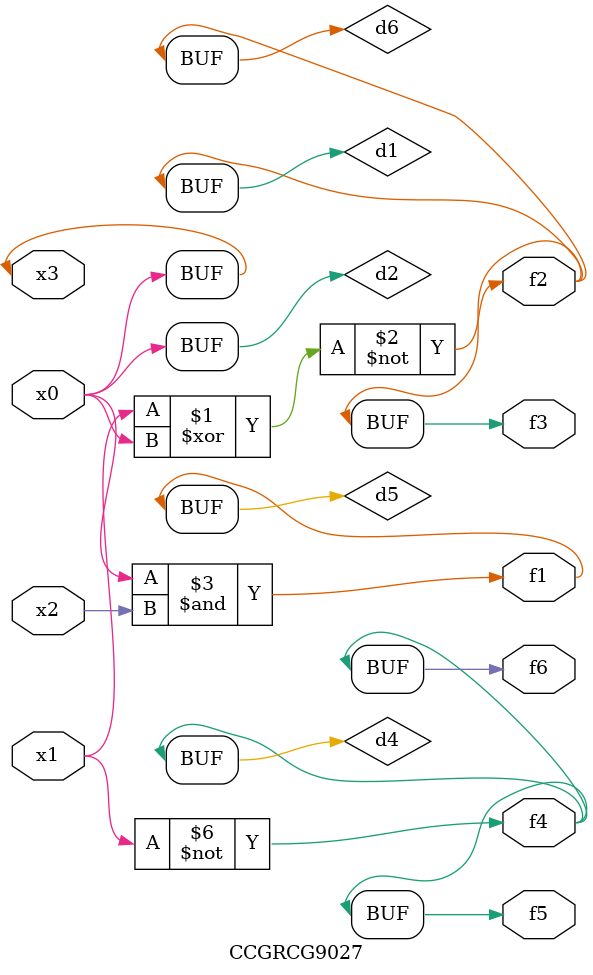
<source format=v>
module CCGRCG9027(
	input x0, x1, x2, x3,
	output f1, f2, f3, f4, f5, f6
);

	wire d1, d2, d3, d4, d5, d6;

	xnor (d1, x1, x3);
	buf (d2, x0, x3);
	nand (d3, x0, x2);
	not (d4, x1);
	nand (d5, d3);
	or (d6, d1);
	assign f1 = d5;
	assign f2 = d6;
	assign f3 = d6;
	assign f4 = d4;
	assign f5 = d4;
	assign f6 = d4;
endmodule

</source>
